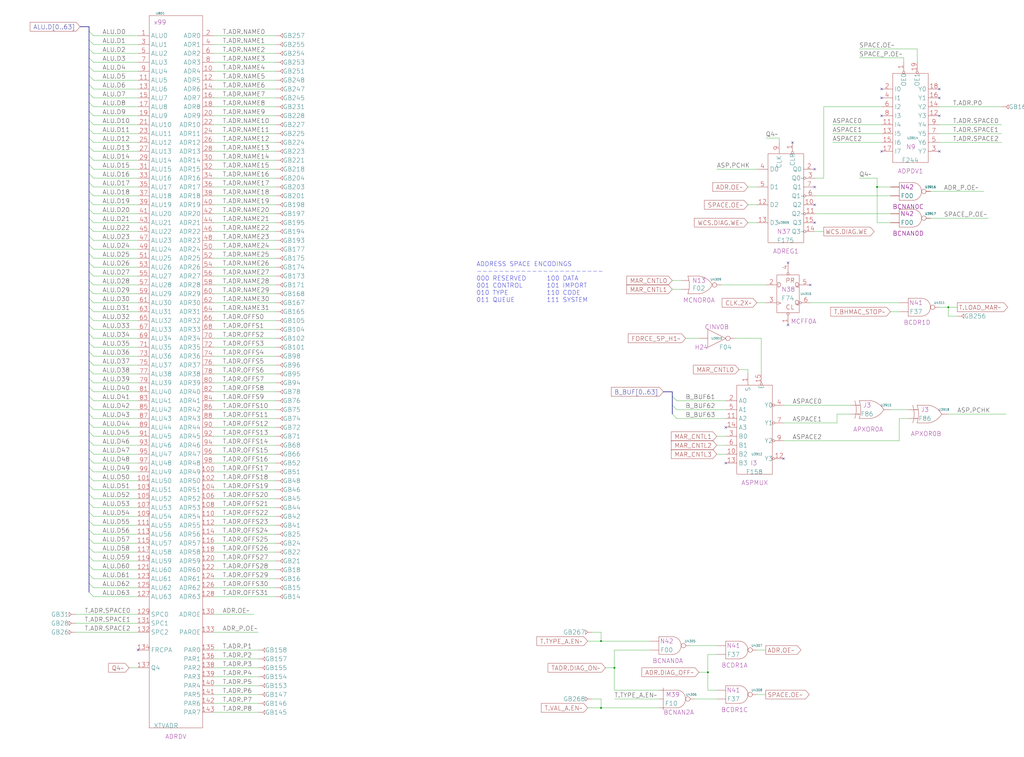
<source format=kicad_sch>
(kicad_sch (version 20230121) (generator eeschema)
  (paper "User" 584.2 431.8)
  (title_block (title "ADDRESS BUS DRIVERS") (date "15-MAR-90") (rev "1.0") (comment 1 "TYPE") (comment 2 "232-003062") (comment 3 "S400") (comment 4 "RELEASED"))
  (junction (at 342.9 365.76))
  (junction (at 342.9 403.86))
  (junction (at 350.52 381))
  (junction (at 403.86 383.54))
  (junction (at 541.02 175.26))
  (junction (at 500.38 106.68))
  (no_connect (at 449.58 185.42))
  (no_connect (at 464.82 116.84))
  (no_connect (at 535.94 66.04))
  (no_connect (at 502.92 55.88))
  (no_connect (at 462.28 162.56))
  (no_connect (at 535.94 55.88))
  (no_connect (at 502.92 66.04))
  (no_connect (at 464.82 127))
  (no_connect (at 464.82 106.68))
  (no_connect (at 535.94 50.8))
  (no_connect (at 414.02 264.16))
  (no_connect (at 502.92 86.36))
  (no_connect (at 502.92 50.8))
  (no_connect (at 535.94 86.36))
  (no_connect (at 449.58 149.86))
  (no_connect (at 452.12 81.28))
  (no_connect (at 447.04 261.62))
  (no_connect (at 414.02 243.84))
  (no_connect (at 464.82 96.52))
  (no_connect (at 78.74 370.84))
  (bus_entry (at 50.8 205.74) (size 2.54 2.54))
  (bus_entry (at 50.8 93.98) (size 2.54 2.54))
  (bus_entry (at 50.8 200.66) (size 2.54 2.54))
  (bus_entry (at 50.8 231.14) (size 2.54 2.54))
  (bus_entry (at 50.8 43.18) (size 2.54 2.54))
  (bus_entry (at 50.8 246.38) (size 2.54 2.54))
  (bus_entry (at 50.8 297.18) (size 2.54 2.54))
  (bus_entry (at 50.8 317.5) (size 2.54 2.54))
  (bus_entry (at 50.8 281.94) (size 2.54 2.54))
  (bus_entry (at 50.8 83.82) (size 2.54 2.54))
  (bus_entry (at 50.8 337.82) (size 2.54 2.54))
  (bus_entry (at 50.8 220.98) (size 2.54 2.54))
  (bus_entry (at 50.8 154.94) (size 2.54 2.54))
  (bus_entry (at 50.8 302.26) (size 2.54 2.54))
  (bus_entry (at 50.8 180.34) (size 2.54 2.54))
  (bus_entry (at 50.8 53.34) (size 2.54 2.54))
  (bus_entry (at 50.8 68.58) (size 2.54 2.54))
  (bus_entry (at 50.8 149.86) (size 2.54 2.54))
  (bus_entry (at 50.8 119.38) (size 2.54 2.54))
  (bus_entry (at 50.8 210.82) (size 2.54 2.54))
  (bus_entry (at 383.54 236.22) (size 2.54 2.54))
  (bus_entry (at 50.8 78.74) (size 2.54 2.54))
  (bus_entry (at 50.8 175.26) (size 2.54 2.54))
  (bus_entry (at 50.8 287.02) (size 2.54 2.54))
  (bus_entry (at 50.8 109.22) (size 2.54 2.54))
  (bus_entry (at 383.54 226.06) (size 2.54 2.54))
  (bus_entry (at 50.8 256.54) (size 2.54 2.54))
  (bus_entry (at 50.8 190.5) (size 2.54 2.54))
  (bus_entry (at 50.8 99.06) (size 2.54 2.54))
  (bus_entry (at 383.54 231.14) (size 2.54 2.54))
  (bus_entry (at 50.8 139.7) (size 2.54 2.54))
  (bus_entry (at 50.8 312.42) (size 2.54 2.54))
  (bus_entry (at 50.8 144.78) (size 2.54 2.54))
  (bus_entry (at 50.8 185.42) (size 2.54 2.54))
  (bus_entry (at 50.8 332.74) (size 2.54 2.54))
  (bus_entry (at 50.8 63.5) (size 2.54 2.54))
  (bus_entry (at 50.8 241.3) (size 2.54 2.54))
  (bus_entry (at 50.8 215.9) (size 2.54 2.54))
  (bus_entry (at 50.8 322.58) (size 2.54 2.54))
  (bus_entry (at 50.8 195.58) (size 2.54 2.54))
  (bus_entry (at 50.8 124.46) (size 2.54 2.54))
  (bus_entry (at 50.8 307.34) (size 2.54 2.54))
  (bus_entry (at 50.8 33.02) (size 2.54 2.54))
  (bus_entry (at 50.8 160.02) (size 2.54 2.54))
  (bus_entry (at 50.8 73.66) (size 2.54 2.54))
  (bus_entry (at 50.8 226.06) (size 2.54 2.54))
  (bus_entry (at 50.8 22.86) (size 2.54 2.54))
  (bus_entry (at 50.8 58.42) (size 2.54 2.54))
  (bus_entry (at 50.8 27.94) (size 2.54 2.54))
  (bus_entry (at 50.8 271.78) (size 2.54 2.54))
  (bus_entry (at 50.8 134.62) (size 2.54 2.54))
  (bus_entry (at 50.8 165.1) (size 2.54 2.54))
  (bus_entry (at 50.8 170.18) (size 2.54 2.54))
  (bus_entry (at 50.8 114.3) (size 2.54 2.54))
  (bus_entry (at 50.8 261.62) (size 2.54 2.54))
  (bus_entry (at 50.8 251.46) (size 2.54 2.54))
  (bus_entry (at 50.8 38.1) (size 2.54 2.54))
  (bus_entry (at 50.8 129.54) (size 2.54 2.54))
  (bus_entry (at 50.8 88.9) (size 2.54 2.54))
  (bus_entry (at 50.8 327.66) (size 2.54 2.54))
  (bus_entry (at 50.8 292.1) (size 2.54 2.54))
  (bus_entry (at 50.8 104.14) (size 2.54 2.54))
  (bus_entry (at 50.8 17.78) (size 2.54 2.54))
  (bus_entry (at 50.8 48.26) (size 2.54 2.54))
  (bus_entry (at 50.8 266.7) (size 2.54 2.54))
  (bus_entry (at 50.8 236.22) (size 2.54 2.54))
  (bus_entry (at 50.8 276.86) (size 2.54 2.54))
  (wire (pts (xy 337.82 398.78) (xy 342.9 398.78)))
  (bus (pts (xy 50.8 43.18) (xy 50.8 38.1)))
  (wire (pts (xy 515.62 35.56) (xy 515.62 33.02)))
  (wire (pts (xy 157.48 325.12) (xy 121.92 325.12)))
  (wire (pts (xy 350.52 370.84) (xy 350.52 381)))
  (bus (pts (xy 50.8 48.26) (xy 50.8 43.18)))
  (wire (pts (xy 157.48 238.76) (xy 121.92 238.76)))
  (bus (pts (xy 50.8 215.9) (xy 50.8 220.98)))
  (bus (pts (xy 50.8 33.02) (xy 50.8 27.94)))
  (bus (pts (xy 50.8 226.06) (xy 50.8 231.14)))
  (wire (pts (xy 469.9 101.6) (xy 469.9 60.96)))
  (wire (pts (xy 350.52 381) (xy 350.52 393.7)))
  (wire (pts (xy 462.28 172.72) (xy 513.08 172.72)))
  (wire (pts (xy 53.34 325.12) (xy 78.74 325.12)))
  (wire (pts (xy 383.54 160.02) (xy 388.62 160.02)))
  (wire (pts (xy 500.38 101.6) (xy 490.22 101.6)))
  (wire (pts (xy 535.94 71.12) (xy 571.5 71.12)))
  (wire (pts (xy 53.34 132.08) (xy 78.74 132.08)))
  (wire (pts (xy 121.92 386.08) (xy 147.32 386.08)))
  (wire (pts (xy 53.34 55.88) (xy 78.74 55.88)))
  (wire (pts (xy 121.92 360.68) (xy 147.32 360.68)))
  (bus (pts (xy 50.8 109.22) (xy 50.8 114.3)))
  (bus (pts (xy 50.8 332.74) (xy 50.8 337.82)))
  (wire (pts (xy 157.48 167.64) (xy 121.92 167.64)))
  (wire (pts (xy 53.34 198.12) (xy 78.74 198.12)))
  (wire (pts (xy 523.24 27.94) (xy 490.22 27.94)))
  (wire (pts (xy 421.64 210.82) (xy 426.72 210.82)))
  (wire (pts (xy 426.72 210.82) (xy 426.72 213.36)))
  (bus (pts (xy 50.8 73.66) (xy 50.8 78.74)))
  (wire (pts (xy 393.7 368.3) (xy 408.94 368.3)))
  (wire (pts (xy 53.34 193.04) (xy 78.74 193.04)))
  (wire (pts (xy 391.16 193.04) (xy 398.78 193.04)))
  (wire (pts (xy 157.48 320.04) (xy 121.92 320.04)))
  (wire (pts (xy 157.48 182.88) (xy 121.92 182.88)))
  (wire (pts (xy 157.48 132.08) (xy 121.92 132.08)))
  (bus (pts (xy 50.8 170.18) (xy 50.8 175.26)))
  (wire (pts (xy 157.48 203.2) (xy 121.92 203.2)))
  (wire (pts (xy 157.48 279.4) (xy 121.92 279.4)))
  (wire (pts (xy 53.34 330.2) (xy 78.74 330.2)))
  (wire (pts (xy 157.48 233.68) (xy 121.92 233.68)))
  (wire (pts (xy 53.34 45.72) (xy 78.74 45.72)))
  (bus (pts (xy 383.54 236.22) (xy 383.54 231.14)))
  (wire (pts (xy 53.34 335.28) (xy 78.74 335.28)))
  (wire (pts (xy 157.48 198.12) (xy 121.92 198.12)))
  (wire (pts (xy 157.48 137.16) (xy 121.92 137.16)))
  (wire (pts (xy 157.48 152.4) (xy 121.92 152.4)))
  (bus (pts (xy 50.8 160.02) (xy 50.8 165.1)))
  (bus (pts (xy 50.8 83.82) (xy 50.8 88.9)))
  (wire (pts (xy 535.94 175.26) (xy 541.02 175.26)))
  (wire (pts (xy 53.34 142.24) (xy 78.74 142.24)))
  (wire (pts (xy 447.04 251.46) (xy 513.08 251.46)))
  (wire (pts (xy 464.82 121.92) (xy 508 121.92)))
  (wire (pts (xy 53.34 162.56) (xy 78.74 162.56)))
  (wire (pts (xy 43.18 355.6) (xy 78.74 355.6)))
  (bus (pts (xy 50.8 210.82) (xy 50.8 215.9)))
  (wire (pts (xy 386.08 238.76) (xy 414.02 238.76)))
  (wire (pts (xy 447.04 241.3) (xy 477.52 241.3)))
  (wire (pts (xy 375.92 398.78) (xy 350.52 398.78)))
  (wire (pts (xy 157.48 162.56) (xy 121.92 162.56)))
  (bus (pts (xy 50.8 114.3) (xy 50.8 119.38)))
  (wire (pts (xy 523.24 35.56) (xy 523.24 27.94)))
  (bus (pts (xy 50.8 231.14) (xy 50.8 236.22)))
  (wire (pts (xy 541.02 236.22) (xy 574.04 236.22)))
  (wire (pts (xy 53.34 101.6) (xy 78.74 101.6)))
  (wire (pts (xy 157.48 264.16) (xy 121.92 264.16)))
  (wire (pts (xy 53.34 248.92) (xy 78.74 248.92)))
  (wire (pts (xy 53.34 243.84) (xy 78.74 243.84)))
  (wire (pts (xy 444.5 81.28) (xy 444.5 78.74)))
  (wire (pts (xy 43.18 360.68) (xy 78.74 360.68)))
  (bus (pts (xy 50.8 165.1) (xy 50.8 170.18)))
  (bus (pts (xy 50.8 139.7) (xy 50.8 144.78)))
  (wire (pts (xy 337.82 360.68) (xy 342.9 360.68)))
  (wire (pts (xy 53.34 203.2) (xy 78.74 203.2)))
  (bus (pts (xy 50.8 297.18) (xy 50.8 302.26)))
  (wire (pts (xy 157.48 45.72) (xy 121.92 45.72)))
  (wire (pts (xy 157.48 274.32) (xy 121.92 274.32)))
  (wire (pts (xy 53.34 167.64) (xy 78.74 167.64)))
  (wire (pts (xy 157.48 340.36) (xy 121.92 340.36)))
  (bus (pts (xy 50.8 144.78) (xy 50.8 149.86)))
  (wire (pts (xy 53.34 20.32) (xy 78.74 20.32)))
  (bus (pts (xy 50.8 246.38) (xy 50.8 251.46)))
  (bus (pts (xy 50.8 63.5) (xy 50.8 58.42)))
  (wire (pts (xy 419.1 193.04) (xy 434.34 193.04)))
  (bus (pts (xy 50.8 312.42) (xy 50.8 317.5)))
  (wire (pts (xy 546.1 180.34) (xy 541.02 180.34)))
  (wire (pts (xy 500.38 127) (xy 500.38 106.68)))
  (wire (pts (xy 350.52 393.7) (xy 375.92 393.7)))
  (wire (pts (xy 121.92 401.32) (xy 147.32 401.32)))
  (bus (pts (xy 50.8 205.74) (xy 50.8 210.82)))
  (wire (pts (xy 157.48 228.6) (xy 121.92 228.6)))
  (wire (pts (xy 53.34 121.92) (xy 78.74 121.92)))
  (wire (pts (xy 157.48 106.68) (xy 121.92 106.68)))
  (wire (pts (xy 157.48 157.48) (xy 121.92 157.48)))
  (wire (pts (xy 53.34 81.28) (xy 78.74 81.28)))
  (wire (pts (xy 508 177.8) (xy 513.08 177.8)))
  (bus (pts (xy 50.8 68.58) (xy 50.8 63.5)))
  (wire (pts (xy 53.34 233.68) (xy 78.74 233.68)))
  (bus (pts (xy 50.8 53.34) (xy 50.8 48.26)))
  (wire (pts (xy 157.48 50.8) (xy 121.92 50.8)))
  (wire (pts (xy 345.44 381) (xy 350.52 381)))
  (wire (pts (xy 121.92 396.24) (xy 147.32 396.24)))
  (wire (pts (xy 335.28 403.86) (xy 342.9 403.86)))
  (wire (pts (xy 342.9 403.86) (xy 375.92 403.86)))
  (wire (pts (xy 508 127) (xy 500.38 127)))
  (wire (pts (xy 157.48 269.24) (xy 121.92 269.24)))
  (wire (pts (xy 53.34 147.32) (xy 78.74 147.32)))
  (wire (pts (xy 157.48 172.72) (xy 121.92 172.72)))
  (bus (pts (xy 50.8 220.98) (xy 50.8 226.06)))
  (wire (pts (xy 530.86 109.22) (xy 561.34 109.22)))
  (bus (pts (xy 50.8 322.58) (xy 50.8 327.66)))
  (wire (pts (xy 53.34 264.16) (xy 78.74 264.16)))
  (bus (pts (xy 50.8 256.54) (xy 50.8 261.62)))
  (wire (pts (xy 535.94 60.96) (xy 571.5 60.96)))
  (wire (pts (xy 469.9 60.96) (xy 502.92 60.96)))
  (bus (pts (xy 50.8 327.66) (xy 50.8 332.74)))
  (bus (pts (xy 50.8 154.94) (xy 50.8 160.02)))
  (wire (pts (xy 157.48 20.32) (xy 121.92 20.32)))
  (bus (pts (xy 383.54 231.14) (xy 383.54 226.06)))
  (wire (pts (xy 53.34 254) (xy 78.74 254)))
  (wire (pts (xy 157.48 71.12) (xy 121.92 71.12)))
  (wire (pts (xy 447.04 231.14) (xy 485.14 231.14)))
  (wire (pts (xy 53.34 137.16) (xy 78.74 137.16)))
  (wire (pts (xy 408.94 259.08) (xy 414.02 259.08)))
  (bus (pts (xy 50.8 180.34) (xy 50.8 185.42)))
  (wire (pts (xy 541.02 180.34) (xy 541.02 175.26)))
  (bus (pts (xy 50.8 88.9) (xy 50.8 93.98)))
  (wire (pts (xy 157.48 121.92) (xy 121.92 121.92)))
  (wire (pts (xy 157.48 248.92) (xy 121.92 248.92)))
  (wire (pts (xy 53.34 259.08) (xy 78.74 259.08)))
  (wire (pts (xy 474.98 71.12) (xy 502.92 71.12)))
  (wire (pts (xy 53.34 40.64) (xy 78.74 40.64)))
  (wire (pts (xy 53.34 279.4) (xy 78.74 279.4)))
  (wire (pts (xy 157.48 304.8) (xy 121.92 304.8)))
  (wire (pts (xy 53.34 304.8) (xy 78.74 304.8)))
  (bus (pts (xy 50.8 17.78) (xy 50.8 22.86)))
  (bus (pts (xy 50.8 276.86) (xy 50.8 281.94)))
  (bus (pts (xy 50.8 93.98) (xy 50.8 99.06)))
  (wire (pts (xy 157.48 66.04) (xy 121.92 66.04)))
  (wire (pts (xy 386.08 233.68) (xy 414.02 233.68)))
  (wire (pts (xy 157.48 111.76) (xy 121.92 111.76)))
  (wire (pts (xy 157.48 259.08) (xy 121.92 259.08)))
  (wire (pts (xy 53.34 157.48) (xy 78.74 157.48)))
  (wire (pts (xy 157.48 96.52) (xy 121.92 96.52)))
  (wire (pts (xy 43.18 350.52) (xy 78.74 350.52)))
  (wire (pts (xy 500.38 106.68) (xy 508 106.68)))
  (wire (pts (xy 157.48 187.96) (xy 121.92 187.96)))
  (wire (pts (xy 121.92 381) (xy 147.32 381)))
  (wire (pts (xy 157.48 147.32) (xy 121.92 147.32)))
  (wire (pts (xy 464.82 101.6) (xy 469.9 101.6)))
  (wire (pts (xy 157.48 218.44) (xy 121.92 218.44)))
  (wire (pts (xy 53.34 96.52) (xy 78.74 96.52)))
  (wire (pts (xy 157.48 91.44) (xy 121.92 91.44)))
  (wire (pts (xy 535.94 76.2) (xy 571.5 76.2)))
  (wire (pts (xy 464.82 132.08) (xy 469.9 132.08)))
  (wire (pts (xy 477.52 241.3) (xy 477.52 236.22)))
  (wire (pts (xy 541.02 175.26) (xy 546.1 175.26)))
  (bus (pts (xy 50.8 129.54) (xy 50.8 134.62)))
  (wire (pts (xy 157.48 213.36) (xy 121.92 213.36)))
  (wire (pts (xy 398.78 383.54) (xy 403.86 383.54)))
  (wire (pts (xy 157.48 223.52) (xy 121.92 223.52)))
  (wire (pts (xy 53.34 35.56) (xy 78.74 35.56)))
  (wire (pts (xy 157.48 254) (xy 121.92 254)))
  (wire (pts (xy 53.34 91.44) (xy 78.74 91.44)))
  (wire (pts (xy 474.98 81.28) (xy 502.92 81.28)))
  (wire (pts (xy 408.94 393.7) (xy 403.86 393.7)))
  (wire (pts (xy 386.08 228.6) (xy 414.02 228.6)))
  (wire (pts (xy 53.34 213.36) (xy 78.74 213.36)))
  (wire (pts (xy 121.92 391.16) (xy 147.32 391.16)))
  (wire (pts (xy 53.34 116.84) (xy 78.74 116.84)))
  (wire (pts (xy 477.52 236.22) (xy 485.14 236.22)))
  (wire (pts (xy 157.48 25.4) (xy 121.92 25.4)))
  (wire (pts (xy 342.9 398.78) (xy 342.9 403.86)))
  (wire (pts (xy 535.94 81.28) (xy 571.5 81.28)))
  (bus (pts (xy 383.54 226.06) (xy 383.54 223.52)))
  (wire (pts (xy 434.34 193.04) (xy 434.34 213.36)))
  (wire (pts (xy 335.28 365.76) (xy 342.9 365.76)))
  (wire (pts (xy 53.34 218.44) (xy 78.74 218.44)))
  (wire (pts (xy 53.34 177.8) (xy 78.74 177.8)))
  (wire (pts (xy 53.34 66.04) (xy 78.74 66.04)))
  (bus (pts (xy 383.54 223.52) (xy 378.46 223.52)))
  (wire (pts (xy 53.34 25.4) (xy 78.74 25.4)))
  (wire (pts (xy 53.34 30.48) (xy 78.74 30.48)))
  (bus (pts (xy 50.8 58.42) (xy 50.8 53.34)))
  (wire (pts (xy 157.48 116.84) (xy 121.92 116.84)))
  (wire (pts (xy 53.34 86.36) (xy 78.74 86.36)))
  (bus (pts (xy 50.8 302.26) (xy 50.8 307.34)))
  (wire (pts (xy 53.34 187.96) (xy 78.74 187.96)))
  (wire (pts (xy 431.8 396.24) (xy 436.88 396.24)))
  (wire (pts (xy 513.08 238.76) (xy 518.16 238.76)))
  (wire (pts (xy 383.54 165.1) (xy 388.62 165.1)))
  (wire (pts (xy 474.98 76.2) (xy 502.92 76.2)))
  (wire (pts (xy 157.48 193.04) (xy 121.92 193.04)))
  (bus (pts (xy 50.8 287.02) (xy 50.8 292.1)))
  (bus (pts (xy 50.8 200.66) (xy 50.8 205.74)))
  (wire (pts (xy 53.34 228.6) (xy 78.74 228.6)))
  (wire (pts (xy 157.48 60.96) (xy 121.92 60.96)))
  (wire (pts (xy 53.34 182.88) (xy 78.74 182.88)))
  (wire (pts (xy 53.34 274.32) (xy 78.74 274.32)))
  (wire (pts (xy 53.34 289.56) (xy 78.74 289.56)))
  (wire (pts (xy 157.48 101.6) (xy 121.92 101.6)))
  (wire (pts (xy 53.34 111.76) (xy 78.74 111.76)))
  (bus (pts (xy 50.8 134.62) (xy 50.8 139.7)))
  (wire (pts (xy 426.72 127) (xy 431.8 127)))
  (wire (pts (xy 370.84 370.84) (xy 350.52 370.84)))
  (wire (pts (xy 157.48 243.84) (xy 121.92 243.84)))
  (wire (pts (xy 53.34 269.24) (xy 78.74 269.24)))
  (wire (pts (xy 157.48 208.28) (xy 121.92 208.28)))
  (wire (pts (xy 53.34 223.52) (xy 78.74 223.52)))
  (wire (pts (xy 157.48 86.36) (xy 121.92 86.36)))
  (wire (pts (xy 157.48 142.24) (xy 121.92 142.24)))
  (wire (pts (xy 530.86 124.46) (xy 563.88 124.46)))
  (wire (pts (xy 157.48 76.2) (xy 121.92 76.2)))
  (wire (pts (xy 500.38 106.68) (xy 500.38 101.6)))
  (wire (pts (xy 396.24 398.78) (xy 408.94 398.78)))
  (wire (pts (xy 515.62 33.02) (xy 490.22 33.02)))
  (wire (pts (xy 403.86 383.54) (xy 403.86 393.7)))
  (wire (pts (xy 157.48 81.28) (xy 121.92 81.28)))
  (wire (pts (xy 408.94 254) (xy 414.02 254)))
  (wire (pts (xy 53.34 238.76) (xy 78.74 238.76)))
  (wire (pts (xy 53.34 152.4) (xy 78.74 152.4)))
  (wire (pts (xy 403.86 373.38) (xy 403.86 383.54)))
  (wire (pts (xy 121.92 370.84) (xy 147.32 370.84)))
  (wire (pts (xy 426.72 106.68) (xy 431.8 106.68)))
  (wire (pts (xy 53.34 309.88) (xy 78.74 309.88)))
  (wire (pts (xy 408.94 373.38) (xy 403.86 373.38)))
  (wire (pts (xy 508 233.68) (xy 518.16 233.68)))
  (bus (pts (xy 45.72 15.24) (xy 50.8 15.24)))
  (wire (pts (xy 408.94 248.92) (xy 414.02 248.92)))
  (wire (pts (xy 408.94 96.52) (xy 431.8 96.52)))
  (wire (pts (xy 53.34 71.12) (xy 78.74 71.12)))
  (wire (pts (xy 157.48 314.96) (xy 121.92 314.96)))
  (wire (pts (xy 157.48 30.48) (xy 121.92 30.48)))
  (wire (pts (xy 342.9 360.68) (xy 342.9 365.76)))
  (bus (pts (xy 50.8 38.1) (xy 50.8 33.02)))
  (wire (pts (xy 53.34 284.48) (xy 78.74 284.48)))
  (wire (pts (xy 157.48 127) (xy 121.92 127)))
  (bus (pts (xy 50.8 266.7) (xy 50.8 271.78)))
  (wire (pts (xy 157.48 294.64) (xy 121.92 294.64)))
  (bus (pts (xy 50.8 261.62) (xy 50.8 266.7)))
  (wire (pts (xy 157.48 289.56) (xy 121.92 289.56)))
  (bus (pts (xy 50.8 236.22) (xy 50.8 241.3)))
  (wire (pts (xy 157.48 309.88) (xy 121.92 309.88)))
  (bus (pts (xy 50.8 119.38) (xy 50.8 124.46)))
  (wire (pts (xy 53.34 294.64) (xy 78.74 294.64)))
  (wire (pts (xy 157.48 284.48) (xy 121.92 284.48)))
  (wire (pts (xy 53.34 340.36) (xy 78.74 340.36)))
  (bus (pts (xy 50.8 104.14) (xy 50.8 109.22)))
  (bus (pts (xy 50.8 15.24) (xy 50.8 17.78)))
  (bus (pts (xy 50.8 27.94) (xy 50.8 22.86)))
  (bus (pts (xy 50.8 73.66) (xy 50.8 68.58)))
  (wire (pts (xy 121.92 406.4) (xy 147.32 406.4)))
  (wire (pts (xy 53.34 208.28) (xy 78.74 208.28)))
  (bus (pts (xy 50.8 78.74) (xy 50.8 83.82)))
  (wire (pts (xy 73.66 381) (xy 78.74 381)))
  (wire (pts (xy 53.34 299.72) (xy 78.74 299.72)))
  (wire (pts (xy 121.92 350.52) (xy 144.78 350.52)))
  (wire (pts (xy 342.9 365.76) (xy 370.84 365.76)))
  (wire (pts (xy 431.8 172.72) (xy 436.88 172.72)))
  (bus (pts (xy 50.8 185.42) (xy 50.8 190.5)))
  (bus (pts (xy 50.8 292.1) (xy 50.8 297.18)))
  (wire (pts (xy 53.34 314.96) (xy 78.74 314.96)))
  (wire (pts (xy 464.82 111.76) (xy 508 111.76)))
  (wire (pts (xy 53.34 50.8) (xy 78.74 50.8)))
  (bus (pts (xy 50.8 124.46) (xy 50.8 129.54)))
  (wire (pts (xy 157.48 299.72) (xy 121.92 299.72)))
  (wire (pts (xy 444.5 78.74) (xy 436.88 78.74)))
  (bus (pts (xy 50.8 99.06) (xy 50.8 104.14)))
  (bus (pts (xy 50.8 317.5) (xy 50.8 322.58)))
  (bus (pts (xy 50.8 190.5) (xy 50.8 195.58)))
  (wire (pts (xy 53.34 106.68) (xy 78.74 106.68)))
  (wire (pts (xy 157.48 35.56) (xy 121.92 35.56)))
  (wire (pts (xy 157.48 40.64) (xy 121.92 40.64)))
  (wire (pts (xy 53.34 60.96) (xy 78.74 60.96)))
  (wire (pts (xy 426.72 116.84) (xy 431.8 116.84)))
  (wire (pts (xy 157.48 335.28) (xy 121.92 335.28)))
  (bus (pts (xy 50.8 271.78) (xy 50.8 276.86)))
  (bus (pts (xy 50.8 281.94) (xy 50.8 287.02)))
  (bus (pts (xy 50.8 251.46) (xy 50.8 256.54)))
  (wire (pts (xy 513.08 251.46) (xy 513.08 238.76)))
  (bus (pts (xy 50.8 195.58) (xy 50.8 200.66)))
  (wire (pts (xy 157.48 55.88) (xy 121.92 55.88)))
  (bus (pts (xy 50.8 175.26) (xy 50.8 180.34)))
  (bus (pts (xy 50.8 149.86) (xy 50.8 154.94)))
  (bus (pts (xy 50.8 307.34) (xy 50.8 312.42)))
  (wire (pts (xy 157.48 330.2) (xy 121.92 330.2)))
  (wire (pts (xy 53.34 127) (xy 78.74 127)))
  (wire (pts (xy 53.34 320.04) (xy 78.74 320.04)))
  (wire (pts (xy 121.92 375.92) (xy 147.32 375.92)))
  (wire (pts (xy 431.8 370.84) (xy 436.88 370.84)))
  (bus (pts (xy 50.8 241.3) (xy 50.8 246.38)))
  (wire (pts (xy 53.34 76.2) (xy 78.74 76.2)))
  (wire (pts (xy 157.48 177.8) (xy 121.92 177.8)))
  (wire (pts (xy 411.48 162.56) (xy 436.88 162.56)))
  (wire (pts (xy 53.34 172.72) (xy 78.74 172.72)))
  (text "ADDRESS SPACE ENCODINGS\n-----------------------\n000 RESERVED	100 DATA\n001 CONTROL		101 IMPORT\n010 TYPE		110 CODE\n011 QUEUE		111 SYSTEM" (at 271.78 172.72 0) (effects (font (size 2.54 2.54)) (justify left bottom)))
  (label "T.ADR.OFFS20" (at 127 284.48 0) (effects (font (size 2.54 2.54))))
  (label "T.ADR.NAME30" (at 127 172.72 0) (effects (font (size 2.54 2.54))))
  (label "T.ADR.OFFS30" (at 127 335.28 0) (effects (font (size 2.54 2.54))))
  (label "T.ADR.SPACE0" (at 543.56 71.12 0) (effects (font (size 2.54 2.54))))
  (label "ALU.D18" (at 58.42 111.76 0) (effects (font (size 2.54 2.54))))
  (label "ALU.D17" (at 58.42 106.68 0) (effects (font (size 2.54 2.54))))
  (label "ALU.D7" (at 58.42 55.88 0) (effects (font (size 2.54 2.54))))
  (label "ALU.D52" (at 58.42 284.48 0) (effects (font (size 2.54 2.54))))
  (label "T.ADR.OFFS17" (at 127 269.24 0) (effects (font (size 2.54 2.54))))
  (label "T.ADR.NAME21" (at 127 127 0) (effects (font (size 2.54 2.54))))
  (label "ALU.D53" (at 58.42 289.56 0) (effects (font (size 2.54 2.54))))
  (label "ALU.D1" (at 58.42 25.4 0) (effects (font (size 2.54 2.54))))
  (label "ALU.D31" (at 58.42 177.8 0) (effects (font (size 2.54 2.54))))
  (label "T.ADR.NAME11" (at 127 76.2 0) (effects (font (size 2.54 2.54))))
  (label "ASPACE0" (at 474.98 71.12 0) (effects (font (size 2.54 2.54))))
  (label "ALU.D43" (at 58.42 238.76 0) (effects (font (size 2.54 2.54))))
  (label "ALU.D59" (at 58.42 320.04 0) (effects (font (size 2.54 2.54))))
  (label "ASPACE2" (at 452.12 251.46 0) (effects (font (size 2.54 2.54))))
  (label "ALU.D36" (at 58.42 203.2 0) (effects (font (size 2.54 2.54))))
  (label "T.ADR.NAME23" (at 127 137.16 0) (effects (font (size 2.54 2.54))))
  (label "T.ADR.NAME12" (at 127 81.28 0) (effects (font (size 2.54 2.54))))
  (label "T.ADR.NAME3" (at 127 35.56 0) (effects (font (size 2.54 2.54))))
  (label "T.ADR.OFFS23" (at 127 299.72 0) (effects (font (size 2.54 2.54))))
  (label "ALU.D61" (at 58.42 330.2 0) (effects (font (size 2.54 2.54))))
  (label "T.ADR.P5" (at 127 391.16 0) (effects (font (size 2.54 2.54))))
  (label "ALU.D12" (at 58.42 81.28 0) (effects (font (size 2.54 2.54))))
  (label "T.ADR.NAME7" (at 127 55.88 0) (effects (font (size 2.54 2.54))))
  (label "ALU.D25" (at 58.42 147.32 0) (effects (font (size 2.54 2.54))))
  (label "T.ADR.NAME17" (at 127 106.68 0) (effects (font (size 2.54 2.54))))
  (label "T.ADR.OFFS15" (at 127 259.08 0) (effects (font (size 2.54 2.54))))
  (label "B_BUF62" (at 391.16 233.68 0) (effects (font (size 2.54 2.54))))
  (label "T.ADR.NAME15" (at 127 96.52 0) (effects (font (size 2.54 2.54))))
  (label "T.ADR.SPACE0" (at 48.26 350.52 0) (effects (font (size 2.54 2.54))))
  (label "T.ADR.OFFS26" (at 127 314.96 0) (effects (font (size 2.54 2.54))))
  (label "ALU.D19" (at 58.42 116.84 0) (effects (font (size 2.54 2.54))))
  (label "T.ADR.OFFS29" (at 127 330.2 0) (effects (font (size 2.54 2.54))))
  (label "ALU.D44" (at 58.42 243.84 0) (effects (font (size 2.54 2.54))))
  (label "T.ADR.OFFS4" (at 127 203.2 0) (effects (font (size 2.54 2.54))))
  (label "ALU.D50" (at 58.42 274.32 0) (effects (font (size 2.54 2.54))))
  (label "T.ADR.SPACE1" (at 543.56 76.2 0) (effects (font (size 2.54 2.54))))
  (label "T.ADR.P4" (at 127 386.08 0) (effects (font (size 2.54 2.54))))
  (label "SPACE.OE~" (at 490.22 27.94 0) (effects (font (size 2.54 2.54))))
  (label "ALU.D54" (at 58.42 294.64 0) (effects (font (size 2.54 2.54))))
  (label "ALU.D46" (at 58.42 254 0) (effects (font (size 2.54 2.54))))
  (label "ALU.D41" (at 58.42 228.6 0) (effects (font (size 2.54 2.54))))
  (label "ALU.D34" (at 58.42 193.04 0) (effects (font (size 2.54 2.54))))
  (label "T.ADR.NAME22" (at 127 132.08 0) (effects (font (size 2.54 2.54))))
  (label "T.ADR.NAME14" (at 127 91.44 0) (effects (font (size 2.54 2.54))))
  (label "B_BUF63" (at 391.16 238.76 0) (effects (font (size 2.54 2.54))))
  (label "T.ADR.NAME1" (at 127 25.4 0) (effects (font (size 2.54 2.54))))
  (label "T.ADR.NAME25" (at 127 147.32 0) (effects (font (size 2.54 2.54))))
  (label "T.ADR.OFFS25" (at 127 309.88 0) (effects (font (size 2.54 2.54))))
  (label "ASP.PCHK" (at 408.94 96.52 0) (effects (font (size 2.54 2.54))))
  (label "T.ADR.NAME19" (at 127 116.84 0) (effects (font (size 2.54 2.54))))
  (label "T.ADR.P6" (at 127 396.24 0) (effects (font (size 2.54 2.54))))
  (label "T.TYPE_A.EN~" (at 350.52 398.78 0) (effects (font (size 2.54 2.54))))
  (label "T.ADR.OFFS9" (at 127 228.6 0) (effects (font (size 2.54 2.54))))
  (label "T.ADR.OFFS8" (at 127 223.52 0) (effects (font (size 2.54 2.54))))
  (label "T.ADR.P3" (at 127 381 0) (effects (font (size 2.54 2.54))))
  (label "ALU.D22" (at 58.42 132.08 0) (effects (font (size 2.54 2.54))))
  (label "T.ADR.OFFS22" (at 127 294.64 0) (effects (font (size 2.54 2.54))))
  (label "T.ADR.P8" (at 127 406.4 0) (effects (font (size 2.54 2.54))))
  (label "ALU.D45" (at 58.42 248.92 0) (effects (font (size 2.54 2.54))))
  (label "ALU.D20" (at 58.42 121.92 0) (effects (font (size 2.54 2.54))))
  (label "T.ADR.OFFS10" (at 127 233.68 0) (effects (font (size 2.54 2.54))))
  (label "T.ADR.NAME13" (at 127 86.36 0) (effects (font (size 2.54 2.54))))
  (label "T.ADR.NAME28" (at 127 162.56 0) (effects (font (size 2.54 2.54))))
  (label "ALU.D38" (at 58.42 213.36 0) (effects (font (size 2.54 2.54))))
  (label "ADR.OE~" (at 127 350.52 0) (effects (font (size 2.54 2.54))))
  (label "SPACE_P.OE~" (at 490.22 33.02 0) (effects (font (size 2.54 2.54))))
  (label "ALU.D39" (at 58.42 218.44 0) (effects (font (size 2.54 2.54))))
  (label "T.ADR.NAME26" (at 127 152.4 0) (effects (font (size 2.54 2.54))))
  (label "T.ADR.OFFS0" (at 127 182.88 0) (effects (font (size 2.54 2.54))))
  (label "T.ADR.OFFS3" (at 127 198.12 0) (effects (font (size 2.54 2.54))))
  (label "ALU.D32" (at 58.42 182.88 0) (effects (font (size 2.54 2.54))))
  (label "T.ADR.OFFS16" (at 127 264.16 0) (effects (font (size 2.54 2.54))))
  (label "ALU.D0" (at 58.42 20.32 0) (effects (font (size 2.54 2.54))))
  (label "T.ADR.NAME6" (at 127 50.8 0) (effects (font (size 2.54 2.54))))
  (label "T.ADR.OFFS5" (at 127 208.28 0) (effects (font (size 2.54 2.54))))
  (label "ALU.D8" (at 58.42 60.96 0) (effects (font (size 2.54 2.54))))
  (label "T.ADR.NAME2" (at 127 30.48 0) (effects (font (size 2.54 2.54))))
  (label "ALU.D15" (at 58.42 96.52 0) (effects (font (size 2.54 2.54))))
  (label "T.ADR.OFFS14" (at 127 254 0) (effects (font (size 2.54 2.54))))
  (label "ALU.D49" (at 58.42 269.24 0) (effects (font (size 2.54 2.54))))
  (label "T.ADR.OFFS6" (at 127 213.36 0) (effects (font (size 2.54 2.54))))
  (label "ALU.D4" (at 58.42 40.64 0) (effects (font (size 2.54 2.54))))
  (label "ALU.D57" (at 58.42 309.88 0) (effects (font (size 2.54 2.54))))
  (label "T.ADR.NAME8" (at 127 60.96 0) (effects (font (size 2.54 2.54))))
  (label "T.ADR.SPACE2" (at 543.56 81.28 0) (effects (font (size 2.54 2.54))))
  (label "T.ADR.OFFS27" (at 127 320.04 0) (effects (font (size 2.54 2.54))))
  (label "ALU.D11" (at 58.42 76.2 0) (effects (font (size 2.54 2.54))))
  (label "ASPACE0" (at 452.12 231.14 0) (effects (font (size 2.54 2.54))))
  (label "ALU.D21" (at 58.42 127 0) (effects (font (size 2.54 2.54))))
  (label "ALU.D3" (at 58.42 35.56 0) (effects (font (size 2.54 2.54))))
  (label "T.ADR.P0" (at 543.56 60.96 0) (effects (font (size 2.54 2.54))))
  (label "ALU.D10" (at 58.42 71.12 0) (effects (font (size 2.54 2.54))))
  (label "T.ADR.P1" (at 127 370.84 0) (effects (font (size 2.54 2.54))))
  (label "ALU.D37" (at 58.42 208.28 0) (effects (font (size 2.54 2.54))))
  (label "T.ADR.P2" (at 127 375.92 0) (effects (font (size 2.54 2.54))))
  (label "T.ADR.OFFS28" (at 127 325.12 0) (effects (font (size 2.54 2.54))))
  (label "ALU.D26" (at 58.42 152.4 0) (effects (font (size 2.54 2.54))))
  (label "T.ADR.OFFS31" (at 127 340.36 0) (effects (font (size 2.54 2.54))))
  (label "ALU.D62" (at 58.42 335.28 0) (effects (font (size 2.54 2.54))))
  (label "T.ADR.NAME24" (at 127 142.24 0) (effects (font (size 2.54 2.54))))
  (label "ASPACE1" (at 452.12 241.3 0) (effects (font (size 2.54 2.54))))
  (label "T.ADR.OFFS24" (at 127 304.8 0) (effects (font (size 2.54 2.54))))
  (label "Q4~" (at 436.88 78.74 0) (effects (font (size 2.54 2.54))))
  (label "T.ADR.OFFS13" (at 127 248.92 0) (effects (font (size 2.54 2.54))))
  (label "T.ADR.NAME5" (at 127 45.72 0) (effects (font (size 2.54 2.54))))
  (label "T.ADR.NAME0" (at 127 20.32 0) (effects (font (size 2.54 2.54))))
  (label "ALU.D63" (at 58.42 340.36 0) (effects (font (size 2.54 2.54))))
  (label "ADR_P.OE~" (at 127 360.68 0) (effects (font (size 2.54 2.54))))
  (label "T.ADR.P7" (at 127 401.32 0) (effects (font (size 2.54 2.54))))
  (label "ALU.D33" (at 58.42 187.96 0) (effects (font (size 2.54 2.54))))
  (label "Q4~" (at 490.22 101.6 0) (effects (font (size 2.54 2.54))))
  (label "ALU.D23" (at 58.42 137.16 0) (effects (font (size 2.54 2.54))))
  (label "T.ADR.NAME29" (at 127 167.64 0) (effects (font (size 2.54 2.54))))
  (label "ALU.D47" (at 58.42 259.08 0) (effects (font (size 2.54 2.54))))
  (label "B_BUF61" (at 391.16 228.6 0) (effects (font (size 2.54 2.54))))
  (label "ADR_P.OE~" (at 538.48 109.22 0) (effects (font (size 2.54 2.54))))
  (label "ALU.D56" (at 58.42 304.8 0) (effects (font (size 2.54 2.54))))
  (label "ASP.PCHK" (at 546.1 236.22 0) (effects (font (size 2.54 2.54))))
  (label "ALU.D40" (at 58.42 223.52 0) (effects (font (size 2.54 2.54))))
  (label "T.ADR.OFFS11" (at 127 238.76 0) (effects (font (size 2.54 2.54))))
  (label "ALU.D29" (at 58.42 167.64 0) (effects (font (size 2.54 2.54))))
  (label "ALU.D2" (at 58.42 30.48 0) (effects (font (size 2.54 2.54))))
  (label "ALU.D60" (at 58.42 325.12 0) (effects (font (size 2.54 2.54))))
  (label "T.ADR.NAME4" (at 127 40.64 0) (effects (font (size 2.54 2.54))))
  (label "SPACE_P.OE~" (at 538.48 124.46 0) (effects (font (size 2.54 2.54))))
  (label "ALU.D51" (at 58.42 279.4 0) (effects (font (size 2.54 2.54))))
  (label "ASPACE1" (at 474.98 76.2 0) (effects (font (size 2.54 2.54))))
  (label "ALU.D55" (at 58.42 299.72 0) (effects (font (size 2.54 2.54))))
  (label "ALU.D14" (at 58.42 91.44 0) (effects (font (size 2.54 2.54))))
  (label "ALU.D24" (at 58.42 142.24 0) (effects (font (size 2.54 2.54))))
  (label "ALU.D5" (at 58.42 45.72 0) (effects (font (size 2.54 2.54))))
  (label "T.ADR.NAME31" (at 127 177.8 0) (effects (font (size 2.54 2.54))))
  (label "T.ADR.OFFS12" (at 127 243.84 0) (effects (font (size 2.54 2.54))))
  (label "T.ADR.OFFS1" (at 127 187.96 0) (effects (font (size 2.54 2.54))))
  (label "T.ADR.SPACE1" (at 48.26 355.6 0) (effects (font (size 2.54 2.54))))
  (label "T.ADR.NAME16" (at 127 101.6 0) (effects (font (size 2.54 2.54))))
  (label "ALU.D28" (at 58.42 162.56 0) (effects (font (size 2.54 2.54))))
  (label "T.ADR.OFFS19" (at 127 279.4 0) (effects (font (size 2.54 2.54))))
  (label "T.ADR.OFFS7" (at 127 218.44 0) (effects (font (size 2.54 2.54))))
  (label "T.ADR.NAME10" (at 127 71.12 0) (effects (font (size 2.54 2.54))))
  (label "T.ADR.NAME18" (at 127 111.76 0) (effects (font (size 2.54 2.54))))
  (label "ALU.D58" (at 58.42 314.96 0) (effects (font (size 2.54 2.54))))
  (label "ASPACE2" (at 474.98 81.28 0) (effects (font (size 2.54 2.54))))
  (label "ALU.D30" (at 58.42 172.72 0) (effects (font (size 2.54 2.54))))
  (label "T.ADR.OFFS2" (at 127 193.04 0) (effects (font (size 2.54 2.54))))
  (label "ALU.D48" (at 58.42 264.16 0) (effects (font (size 2.54 2.54))))
  (label "ALU.D6" (at 58.42 50.8 0) (effects (font (size 2.54 2.54))))
  (label "T.ADR.OFFS21" (at 127 289.56 0) (effects (font (size 2.54 2.54))))
  (label "ALU.D27" (at 58.42 157.48 0) (effects (font (size 2.54 2.54))))
  (label "T.ADR.NAME20" (at 127 121.92 0) (effects (font (size 2.54 2.54))))
  (label "ALU.D16" (at 58.42 101.6 0) (effects (font (size 2.54 2.54))))
  (label "ALU.D9" (at 58.42 66.04 0) (effects (font (size 2.54 2.54))))
  (label "ALU.D13" (at 58.42 86.36 0) (effects (font (size 2.54 2.54))))
  (label "ALU.D35" (at 58.42 198.12 0) (effects (font (size 2.54 2.54))))
  (label "T.ADR.NAME27" (at 127 157.48 0) (effects (font (size 2.54 2.54))))
  (label "T.ADR.NAME9" (at 127 66.04 0) (effects (font (size 2.54 2.54))))
  (label "T.ADR.SPACE2" (at 48.26 360.68 0) (effects (font (size 2.54 2.54))))
  (label "ALU.D42" (at 58.42 233.68 0) (effects (font (size 2.54 2.54))))
  (label "T.ADR.OFFS18" (at 127 274.32 0) (effects (font (size 2.54 2.54))))
  (global_label "MAR_CNTL0" (shape input) (at 421.64 210.82 180) (effects (font (size 2.54 2.54))) (property "Intersheetrefs" "${INTERSHEET_REFS}" (at 395.6473 210.6613 0) (effects (font (size 1.905 1.905)) (justify right))))
  (global_label "ADR.DIAG_OFF~" (shape input) (at 398.78 383.54 180) (effects (font (size 2.54 2.54))) (property "Intersheetrefs" "${INTERSHEET_REFS}" (at 366.2559 383.3813 0) (effects (font (size 1.905 1.905)) (justify right))))
  (global_label "MAR_CNTL3" (shape input) (at 408.94 259.08 180) (effects (font (size 2.54 2.54))) (property "Intersheetrefs" "${INTERSHEET_REFS}" (at 382.9473 258.9213 0) (effects (font (size 1.905 1.905)) (justify right))))
  (global_label "MAR_CNTL2" (shape input) (at 408.94 254 180) (effects (font (size 2.54 2.54))) (property "Intersheetrefs" "${INTERSHEET_REFS}" (at 382.9473 253.8413 0) (effects (font (size 1.905 1.905)) (justify right))))
  (global_label "ADR.OE~" (shape input) (at 426.72 106.68 180) (effects (font (size 2.54 2.54))) (property "Intersheetrefs" "${INTERSHEET_REFS}" (at 406.654 106.5213 0) (effects (font (size 1.905 1.905)) (justify right))))
  (global_label "Q4~" (shape input) (at 73.66 381 180) (effects (font (size 2.54 2.54))) (property "Intersheetrefs" "${INTERSHEET_REFS}" (at 60.9552 381 0) (effects (font (size 1.905 1.905)) (justify right))))
  (global_label "CLK.2X~" (shape input) (at 431.8 172.72 180) (effects (font (size 2.54 2.54))) (property "Intersheetrefs" "${INTERSHEET_REFS}" (at 405.8073 172.5613 0) (effects (font (size 1.905 1.905)) (justify right))))
  (global_label "T.VAL_A.EN~" (shape input) (at 335.28 403.86 180) (effects (font (size 2.54 2.54))) (property "Intersheetrefs" "${INTERSHEET_REFS}" (at 308.8035 403.7013 0) (effects (font (size 1.905 1.905)) (justify right))))
  (global_label "T.LOAD_MAR~" (shape output) (at 546.1 175.26 0) (effects (font (size 2.54 2.54))) (property "Intersheetrefs" "${INTERSHEET_REFS}" (at 574.8746 175.1013 0) (effects (font (size 1.905 1.905)) (justify left))))
  (global_label "ADR.OE~" (shape output) (at 436.88 370.84 0) (effects (font (size 2.54 2.54))) (property "Intersheetrefs" "${INTERSHEET_REFS}" (at 456.946 370.6813 0) (effects (font (size 1.905 1.905)) (justify left))))
  (global_label "MAR_CNTL0" (shape input) (at 383.54 160.02 180) (effects (font (size 2.54 2.54))) (property "Intersheetrefs" "${INTERSHEET_REFS}" (at 357.5473 159.8613 0) (effects (font (size 1.905 1.905)) (justify right))))
  (global_label "SPACE.OE~" (shape input) (at 426.72 116.84 180) (effects (font (size 2.54 2.54))) (property "Intersheetrefs" "${INTERSHEET_REFS}" (at 401.9369 116.6813 0) (effects (font (size 1.905 1.905)) (justify right))))
  (global_label "WCS.DIAG.WE" (shape output) (at 469.9 132.08 0) (effects (font (size 2.54 2.54))) (property "Intersheetrefs" "${INTERSHEET_REFS}" (at 498.6746 131.9213 0) (effects (font (size 1.905 1.905)) (justify left))))
  (global_label "MAR_CNTL1" (shape input) (at 408.94 248.92 180) (effects (font (size 2.54 2.54))) (property "Intersheetrefs" "${INTERSHEET_REFS}" (at 382.9473 248.7613 0) (effects (font (size 1.905 1.905)) (justify right))))
  (global_label "TADR.DIAG_ON~" (shape input) (at 345.44 381 180) (effects (font (size 2.54 2.54))) (property "Intersheetrefs" "${INTERSHEET_REFS}" (at 312.674 380.8413 0) (effects (font (size 1.905 1.905)) (justify right))))
  (global_label "T.TYPE_A.EN~" (shape input) (at 335.28 365.76 180) (effects (font (size 2.54 2.54))) (property "Intersheetrefs" "${INTERSHEET_REFS}" (at 306.2635 365.6013 0) (effects (font (size 1.905 1.905)) (justify right))))
  (global_label "ALU.D[0..63]" (shape input) (at 45.72 15.24 180) (effects (font (size 2.54 2.54))) (property "Intersheetrefs" "${INTERSHEET_REFS}" (at 17.1873 15.0813 0) (effects (font (size 1.905 1.905)) (justify right))))
  (global_label "B_BUF[0..63]" (shape input) (at 378.46 223.52 180) (effects (font (size 2.54 2.54))) (property "Intersheetrefs" "${INTERSHEET_REFS}" (at 347.7336 223.52 0) (effects (justify right))))
  (global_label "T.BHMAC_STOP~" (shape input) (at 508 177.8 180) (effects (font (size 2.54 2.54))) (property "Intersheetrefs" "${INTERSHEET_REFS}" (at 473.9035 177.6413 0) (effects (font (size 1.905 1.905)) (justify right))))
  (global_label "MAR_CNTL1" (shape input) (at 383.54 165.1 180) (effects (font (size 2.54 2.54))) (property "Intersheetrefs" "${INTERSHEET_REFS}" (at 357.5473 164.9413 0) (effects (font (size 1.905 1.905)) (justify right))))
  (global_label "SPACE.OE~" (shape output) (at 436.88 396.24 0) (effects (font (size 2.54 2.54))) (property "Intersheetrefs" "${INTERSHEET_REFS}" (at 461.6631 396.0813 0) (effects (font (size 1.905 1.905)) (justify left))))
  (global_label "WCS.DIAG.WE~" (shape input) (at 426.72 127 180) (effects (font (size 2.54 2.54))) (property "Intersheetrefs" "${INTERSHEET_REFS}" (at 396.1311 126.8413 0) (effects (font (size 1.905 1.905)) (justify right))))
  (global_label "FORCE_SP_H1~" (shape input) (at 391.16 193.04 180) (effects (font (size 2.54 2.54))) (property "Intersheetrefs" "${INTERSHEET_REFS}" (at 358.394 192.8813 0) (effects (font (size 1.905 1.905)) (justify right))))
  (symbol (lib_id "r1000:GB") (at 157.48 152.4 0) (unit 1)
    (property "Reference" "GB174" (at 161.29 152.4 0) (effects (font (size 2.54 2.54)) (justify left)))
    (property "Value" "GB" (effects hide))
  )
  (symbol (lib_id "r1000:GB") (at 337.82 398.78 0) (mirror y) (unit 1)
    (property "Reference" "GB268" (at 334.01 398.78 0) (effects (font (size 2.54 2.54)) (justify left)))
    (property "Value" "GB" (effects hide))
  )
  (symbol (lib_id "r1000:GB") (at 157.48 187.96 0) (unit 1)
    (property "Reference" "GB104" (at 161.29 187.96 0) (effects (font (size 2.54 2.54)) (justify left)))
    (property "Value" "GB" (effects hide))
  )
  (symbol (lib_id "r1000:GB") (at 157.48 259.08 0) (unit 1)
    (property "Reference" "GB66" (at 161.29 259.08 0) (effects (font (size 2.54 2.54)) (justify left)))
    (property "Value" "GB" (effects hide))
  )
  (symbol (lib_id "r1000:GB") (at 157.48 314.96 0) (unit 1)
    (property "Reference" "GB22" (at 161.29 314.96 0) (effects (font (size 2.54 2.54)) (justify left)))
    (property "Value" "GB" (effects hide))
  )
  (symbol (lib_id "r1000:GB") (at 157.48 20.32 0) (unit 1)
    (property "Reference" "GB257" (at 161.29 20.32 0) (effects (font (size 2.54 2.54)) (justify left)))
    (property "Value" "GB" (effects hide))
  )
  (symbol (lib_id "r1000:F37") (at 416.56 368.3 0) (unit 1)
    (property "Reference" "U4307" (at 431.8 368.3 0))
    (property "Value" "F37" (at 418.465 373.38 0) (effects (font (size 2.54 2.54))))
    (property "Location" "N41" (at 418.465 368.3 0) (effects (font (size 2.54 2.54))))
    (property "Name" "BCDR1A" (at 419.1 381 0) (effects (font (size 2.54 2.54)) (justify bottom)))
  )
  (symbol (lib_id "r1000:F00") (at 515.62 121.92 0) (unit 1)
    (property "Reference" "U3917" (at 530.86 121.92 0))
    (property "Value" "F00" (at 517.525 127 0) (effects (font (size 2.54 2.54))))
    (property "Location" "N42" (at 517.525 121.92 0) (effects (font (size 2.54 2.54))))
    (property "Name" "BCNAN0D" (at 518.16 134.62 0) (effects (font (size 2.54 2.54)) (justify bottom)))
  )
  (symbol (lib_id "r1000:F00") (at 378.46 365.76 0) (unit 1)
    (property "Reference" "U4305" (at 393.7 365.76 0))
    (property "Value" "F00" (at 380.365 370.84 0) (effects (font (size 2.54 2.54))))
    (property "Location" "N42" (at 380.365 365.76 0) (effects (font (size 2.54 2.54))))
    (property "Name" "BCNAN0A" (at 381 378.46 0) (effects (font (size 2.54 2.54)) (justify bottom)))
  )
  (symbol (lib_id "r1000:GB") (at 147.32 370.84 0) (unit 1)
    (property "Reference" "GB158" (at 151.13 370.84 0) (effects (font (size 2.54 2.54)) (justify left)))
    (property "Value" "GB" (effects hide))
  )
  (symbol (lib_id "r1000:GB") (at 157.48 76.2 0) (unit 1)
    (property "Reference" "GB225" (at 161.29 76.2 0) (effects (font (size 2.54 2.54)) (justify left)))
    (property "Value" "GB" (effects hide))
  )
  (symbol (lib_id "r1000:GB") (at 157.48 279.4 0) (unit 1)
    (property "Reference" "GB46" (at 161.29 279.4 0) (effects (font (size 2.54 2.54)) (justify left)))
    (property "Value" "GB" (effects hide))
  )
  (symbol (lib_id "r1000:GB") (at 157.48 91.44 0) (unit 1)
    (property "Reference" "GB221" (at 161.29 91.44 0) (effects (font (size 2.54 2.54)) (justify left)))
    (property "Value" "GB" (effects hide))
  )
  (symbol (lib_id "r1000:GB") (at 157.48 284.48 0) (unit 1)
    (property "Reference" "GB45" (at 161.29 284.48 0) (effects (font (size 2.54 2.54)) (justify left)))
    (property "Value" "GB" (effects hide))
  )
  (symbol (lib_id "r1000:F86") (at 492.76 233.68 0) (unit 1)
    (property "Reference" "U3915" (at 505.46 231.14 0))
    (property "Value" "F86" (at 494.665 236.22 0) (effects (font (size 2.54 2.54))))
    (property "Location" "J3" (at 494.665 231.14 0) (effects (font (size 2.54 2.54))))
    (property "Name" "APXOR0A" (at 495.3 246.38 0) (effects (font (size 2.54 2.54)) (justify bottom)))
  )
  (symbol (lib_id "r1000:F04") (at 408.94 193.04 0) (unit 1)
    (property "Reference" "U3910" (at 408.94 193.04 0))
    (property "Value" "F04" (at 410.21 198.12 0) (effects (font (size 2.54 2.54)) (justify left)))
    (property "Location" "H24" (at 396.24 198.12 0) (effects (font (size 2.54 2.54)) (justify left)))
    (property "Name" "CINV0B" (at 408.94 187.96 0) (effects (font (size 2.54 2.54)) (justify bottom)))
  )
  (symbol (lib_id "r1000:F244") (at 518.16 83.82 0) (unit 1)
    (property "Reference" "U3914" (at 520.7 78.74 0))
    (property "Value" "F244" (at 514.35 91.44 0) (effects (font (size 2.54 2.54)) (justify left)))
    (property "Location" "N9" (at 516.89 83.82 0) (effects (font (size 2.54 2.54)) (justify left)))
    (property "Name" "ADPDV1" (at 519.43 99.06 0) (effects (font (size 2.54 2.54)) (justify bottom)))
  )
  (symbol (lib_id "r1000:F175") (at 444.5 132.08 0) (unit 1)
    (property "Reference" "U3909" (at 447.04 127 0))
    (property "Value" "F175" (at 443.23 137.16 0) (effects (font (size 2.54 2.54)) (justify left)))
    (property "Location" "N37" (at 443.23 132.08 0) (effects (font (size 2.54 2.54)) (justify left)))
    (property "Name" "ADREG1" (at 448.31 144.78 0) (effects (font (size 2.54 2.54)) (justify bottom)))
  )
  (symbol (lib_id "r1000:GB") (at 157.48 304.8 0) (unit 1)
    (property "Reference" "GB25" (at 161.29 304.8 0) (effects (font (size 2.54 2.54)) (justify left)))
    (property "Value" "GB" (effects hide))
  )
  (symbol (lib_id "r1000:GB") (at 337.82 360.68 0) (mirror y) (unit 1)
    (property "Reference" "GB267" (at 334.01 360.68 0) (effects (font (size 2.54 2.54)) (justify left)))
    (property "Value" "GB" (effects hide))
  )
  (symbol (lib_id "r1000:F158") (at 429.26 264.16 0) (unit 1)
    (property "Reference" "U3912" (at 431.8 259.08 0))
    (property "Value" "F158" (at 425.45 269.24 0) (effects (font (size 2.54 2.54)) (justify left)))
    (property "Location" "I3" (at 427.99 264.16 0) (effects (font (size 2.54 2.54)) (justify left)))
    (property "Name" "ASPMUX" (at 430.53 276.86 0) (effects (font (size 2.54 2.54)) (justify bottom)))
  )
  (symbol (lib_id "r1000:GB") (at 157.48 289.56 0) (unit 1)
    (property "Reference" "GB44" (at 161.29 289.56 0) (effects (font (size 2.54 2.54)) (justify left)))
    (property "Value" "GB" (effects hide))
  )
  (symbol (lib_id "r1000:F86") (at 525.78 236.22 0) (unit 1)
    (property "Reference" "U3918" (at 538.48 233.68 0))
    (property "Value" "F86" (at 527.685 238.76 0) (effects (font (size 2.54 2.54))))
    (property "Location" "J3" (at 527.685 233.68 0) (effects (font (size 2.54 2.54))))
    (property "Name" "APXOR0B" (at 528.32 248.92 0) (effects (font (size 2.54 2.54)) (justify bottom)))
  )
  (symbol (lib_id "r1000:GB") (at 157.48 198.12 0) (unit 1)
    (property "Reference" "GB101" (at 161.29 198.12 0) (effects (font (size 2.54 2.54)) (justify left)))
    (property "Value" "GB" (effects hide))
  )
  (symbol (lib_id "r1000:GB") (at 157.48 35.56 0) (unit 1)
    (property "Reference" "GB253" (at 161.29 35.56 0) (effects (font (size 2.54 2.54)) (justify left)))
    (property "Value" "GB" (effects hide))
  )
  (symbol (lib_id "r1000:GB") (at 157.48 254 0) (unit 1)
    (property "Reference" "GB68" (at 161.29 254 0) (effects (font (size 2.54 2.54)) (justify left)))
    (property "Value" "GB" (effects hide))
  )
  (symbol (lib_id "r1000:GB") (at 157.48 71.12 0) (unit 1)
    (property "Reference" "GB227" (at 161.29 71.12 0) (effects (font (size 2.54 2.54)) (justify left)))
    (property "Value" "GB" (effects hide))
  )
  (symbol (lib_id "r1000:GB") (at 157.48 157.48 0) (unit 1)
    (property "Reference" "GB173" (at 161.29 157.48 0) (effects (font (size 2.54 2.54)) (justify left)))
    (property "Value" "GB" (effects hide))
  )
  (symbol (lib_id "r1000:GB") (at 157.48 132.08 0) (unit 1)
    (property "Reference" "GB194" (at 161.29 132.08 0) (effects (font (size 2.54 2.54)) (justify left)))
    (property "Value" "GB" (effects hide))
  )
  (symbol (lib_id "r1000:GB") (at 157.48 60.96 0) (unit 1)
    (property "Reference" "GB231" (at 161.29 60.96 0) (effects (font (size 2.54 2.54)) (justify left)))
    (property "Value" "GB" (effects hide))
  )
  (symbol (lib_id "r1000:GB") (at 157.48 101.6 0) (unit 1)
    (property "Reference" "GB204" (at 161.29 101.6 0) (effects (font (size 2.54 2.54)) (justify left)))
    (property "Value" "GB" (effects hide))
  )
  (symbol (lib_id "r1000:GB") (at 157.48 243.84 0) (unit 1)
    (property "Reference" "GB72" (at 161.29 243.84 0) (effects (font (size 2.54 2.54)) (justify left)))
    (property "Value" "GB" (effects hide))
  )
  (symbol (lib_id "r1000:GB") (at 157.48 213.36 0) (unit 1)
    (property "Reference" "GB95" (at 161.29 213.36 0) (effects (font (size 2.54 2.54)) (justify left)))
    (property "Value" "GB" (effects hide))
  )
  (symbol (lib_id "r1000:GB") (at 157.48 182.88 0) (unit 1)
    (property "Reference" "GB105" (at 161.29 182.88 0) (effects (font (size 2.54 2.54)) (justify left)))
    (property "Value" "GB" (effects hide))
  )
  (symbol (lib_id "r1000:F37") (at 416.56 393.7 0) (unit 1)
    (property "Reference" "U4308" (at 431.8 393.7 0))
    (property "Value" "F37" (at 418.465 398.78 0) (effects (font (size 2.54 2.54))))
    (property "Location" "N41" (at 418.465 393.7 0) (effects (font (size 2.54 2.54))))
    (property "Name" "BCDR1C" (at 419.1 406.4 0) (effects (font (size 2.54 2.54)) (justify bottom)))
  )
  (symbol (lib_id "r1000:GB") (at 157.48 86.36 0) (unit 1)
    (property "Reference" "GB223" (at 161.29 86.36 0) (effects (font (size 2.54 2.54)) (justify left)))
    (property "Value" "GB" (effects hide))
  )
  (symbol (lib_id "r1000:GB") (at 157.48 50.8 0) (unit 1)
    (property "Reference" "GB247" (at 161.29 50.8 0) (effects (font (size 2.54 2.54)) (justify left)))
    (property "Value" "GB" (effects hide))
  )
  (symbol (lib_id "r1000:GB") (at 43.18 350.52 0) (mirror y) (unit 1)
    (property "Reference" "GB31" (at 39.37 350.52 0) (effects (font (size 2.54 2.54)) (justify left)))
    (property "Value" "GB" (effects hide))
  )
  (symbol (lib_id "r1000:GB") (at 157.48 127 0) (unit 1)
    (property "Reference" "GB195" (at 161.29 127 0) (effects (font (size 2.54 2.54)) (justify left)))
    (property "Value" "GB" (effects hide))
  )
  (symbol (lib_id "r1000:GB") (at 157.48 340.36 0) (unit 1)
    (property "Reference" "GB14" (at 161.29 340.36 0) (effects (font (size 2.54 2.54)) (justify left)))
    (property "Value" "GB" (effects hide))
  )
  (symbol (lib_id "r1000:GB") (at 157.48 177.8 0) (unit 1)
    (property "Reference" "GB165" (at 161.29 177.8 0) (effects (font (size 2.54 2.54)) (justify left)))
    (property "Value" "GB" (effects hide))
  )
  (symbol (lib_id "r1000:GB") (at 157.48 142.24 0) (unit 1)
    (property "Reference" "GB177" (at 161.29 142.24 0) (effects (font (size 2.54 2.54)) (justify left)))
    (property "Value" "GB" (effects hide))
  )
  (symbol (lib_id "r1000:GB") (at 157.48 223.52 0) (unit 1)
    (property "Reference" "GB78" (at 161.29 223.52 0) (effects (font (size 2.54 2.54)) (justify left)))
    (property "Value" "GB" (effects hide))
  )
  (symbol (lib_id "r1000:GB") (at 157.48 116.84 0) (unit 1)
    (property "Reference" "GB198" (at 161.29 116.84 0) (effects (font (size 2.54 2.54)) (justify left)))
    (property "Value" "GB" (effects hide))
  )
  (symbol (lib_id "r1000:GB") (at 157.48 96.52 0) (unit 1)
    (property "Reference" "GB218" (at 161.29 96.52 0) (effects (font (size 2.54 2.54)) (justify left)))
    (property "Value" "GB" (effects hide))
  )
  (symbol (lib_id "r1000:GB") (at 157.48 45.72 0) (unit 1)
    (property "Reference" "GB248" (at 161.29 45.72 0) (effects (font (size 2.54 2.54)) (justify left)))
    (property "Value" "GB" (effects hide))
  )
  (symbol (lib_id "r1000:F00") (at 515.62 106.68 0) (unit 1)
    (property "Reference" "U3916" (at 530.86 106.68 0))
    (property "Value" "F00" (at 517.525 111.76 0) (effects (font (size 2.54 2.54))))
    (property "Location" "N42" (at 517.525 106.68 0) (effects (font (size 2.54 2.54))))
    (property "Name" "BCNAN0C" (at 518.16 119.38 0) (effects (font (size 2.54 2.54)) (justify bottom)))
  )
  (symbol (lib_id "r1000:F10") (at 381 396.24 0) (unit 1)
    (property "Reference" "U4306" (at 394.335 396.24 0))
    (property "Value" "F10" (at 386.715 401.32 0) (effects (font (size 2.54 2.54)) (justify right)))
    (property "Location" "M39" (at 379.73 396.24 0) (effects (font (size 2.54 2.54)) (justify left)))
    (property "Name" "BCNAN2A" (at 378.46 406.4 0) (effects (font (size 2.54 2.54)) (justify left)))
  )
  (symbol (lib_id "r1000:GB") (at 147.32 381 0) (unit 1)
    (property "Reference" "GB155" (at 151.13 381 0) (effects (font (size 2.54 2.54)) (justify left)))
    (property "Value" "GB" (effects hide))
  )
  (symbol (lib_id "r1000:XTVADR") (at 88.9 12.7 0) (unit 1)
    (property "Reference" "U801" (at 91.44 7.62 0))
    (property "Value" "XTVADR" (at 87.63 414.02 0) (effects (font (size 2.54 2.54)) (justify left)))
    (property "Location" "x99" (at 87.63 12.7 0) (effects (font (size 2.54 2.54)) (justify left)))
    (property "Name" "ADRDV" (at 100.33 421.64 0) (effects (font (size 2.54 2.54)) (justify bottom)))
  )
  (symbol (lib_id "r1000:GB") (at 157.48 208.28 0) (unit 1)
    (property "Reference" "GB96" (at 161.29 208.28 0) (effects (font (size 2.54 2.54)) (justify left)))
    (property "Value" "GB" (effects hide))
  )
  (symbol (lib_id "r1000:F02") (at 396.24 160.02 0) (unit 1)
    (property "Reference" "U4309" (at 408.4 159.385 0))
    (property "Value" "F02" (at 394.97 164.465 0) (effects (font (size 2.54 2.54)) (justify left)))
    (property "Location" "N13" (at 398.78 160.02 0) (effects (font (size 2.54 2.54))))
    (property "Name" "MCNOR0A" (at 398.78 172.72 0) (effects (font (size 2.54 2.54)) (justify bottom)))
  )
  (symbol (lib_id "r1000:GB") (at 157.48 218.44 0) (unit 1)
    (property "Reference" "GB94" (at 161.29 218.44 0) (effects (font (size 2.54 2.54)) (justify left)))
    (property "Value" "GB" (effects hide))
  )
  (symbol (lib_id "r1000:GB") (at 157.48 25.4 0) (unit 1)
    (property "Reference" "GB255" (at 161.29 25.4 0) (effects (font (size 2.54 2.54)) (justify left)))
    (property "Value" "GB" (effects hide))
  )
  (symbol (lib_id "r1000:F37") (at 520.7 172.72 0) (unit 1)
    (property "Reference" "U4311" (at 535.94 172.72 0))
    (property "Value" "F37" (at 522.605 177.8 0) (effects (font (size 2.54 2.54))))
    (property "Location" "N41" (at 522.605 172.72 0) (effects (font (size 2.54 2.54))))
    (property "Name" "BCDR1D" (at 523.24 185.42 0) (effects (font (size 2.54 2.54)) (justify bottom)))
  )
  (symbol (lib_id "r1000:GB") (at 157.48 309.88 0) (unit 1)
    (property "Reference" "GB24" (at 161.29 309.88 0) (effects (font (size 2.54 2.54)) (justify left)))
    (property "Value" "GB" (effects hide))
  )
  (symbol (lib_id "r1000:GB") (at 157.48 55.88 0) (unit 1)
    (property "Reference" "GB245" (at 161.29 55.88 0) (effects (font (size 2.54 2.54)) (justify left)))
    (property "Value" "GB" (effects hide))
  )
  (symbol (lib_id "r1000:GB") (at 157.48 167.64 0) (unit 1)
    (property "Reference" "GB168" (at 161.29 167.64 0) (effects (font (size 2.54 2.54)) (justify left)))
    (property "Value" "GB" (effects hide))
  )
  (symbol (lib_id "r1000:GB") (at 147.32 375.92 0) (unit 1)
    (property "Reference" "GB157" (at 151.13 375.92 0) (effects (font (size 2.54 2.54)) (justify left)))
    (property "Value" "GB" (effects hide))
  )
  (symbol (lib_id "r1000:GB") (at 157.48 294.64 0) (unit 1)
    (property "Reference" "GB42" (at 161.29 294.64 0) (effects (font (size 2.54 2.54)) (justify left)))
    (property "Value" "GB" (effects hide))
  )
  (symbol (lib_id "r1000:GB") (at 157.48 274.32 0) (unit 1)
    (property "Reference" "GB48" (at 161.29 274.32 0) (effects (font (size 2.54 2.54)) (justify left)))
    (property "Value" "GB" (effects hide))
  )
  (symbol (lib_id "r1000:GB") (at 157.48 320.04 0) (unit 1)
    (property "Reference" "GB21" (at 161.29 320.04 0) (effects (font (size 2.54 2.54)) (justify left)))
    (property "Value" "GB" (effects hide))
  )
  (symbol (lib_id "r1000:GB") (at 157.48 40.64 0) (unit 1)
    (property "Reference" "GB251" (at 161.29 40.64 0) (effects (font (size 2.54 2.54)) (justify left)))
    (property "Value" "GB" (effects hide))
  )
  (symbol (lib_id "r1000:GB") (at 157.48 121.92 0) (unit 1)
    (property "Reference" "GB197" (at 161.29 121.92 0) (effects (font (size 2.54 2.54)) (justify left)))
    (property "Value" "GB" (effects hide))
  )
  (symbol (lib_id "r1000:GB") (at 157.48 238.76 0) (unit 1)
    (property "Reference" "GB74" (at 161.29 238.76 0) (effects (font (size 2.54 2.54)) (justify left)))
    (property "Value" "GB" (effects hide))
  )
  (symbol (lib_id "r1000:GB") (at 157.48 233.68 0) (unit 1)
    (property "Reference" "GB75" (at 161.29 233.68 0) (effects (font (size 2.54 2.54)) (justify left)))
    (property "Value" "GB" (effects hide))
  )
  (symbol (lib_id "r1000:GB") (at 147.32 401.32 0) (unit 1)
    (property "Reference" "GB146" (at 151.13 401.32 0) (effects (font (size 2.54 2.54)) (justify left)))
    (property "Value" "GB" (effects hide))
  )
  (symbol (lib_id "r1000:GB") (at 147.32 396.24 0) (unit 1)
    (property "Reference" "GB147" (at 151.13 396.24 0) (effects (font (size 2.54 2.54)) (justify left)))
    (property "Value" "GB" (effects hide))
  )
  (symbol (lib_id "r1000:F74") (at 447.04 165.1 0) (unit 1)
    (property "Reference" "U4310" (at 459.74 167.64 0))
    (property "Value" "F74" (at 445.77 170.18 0) (effects (font (size 2.54 2.54)) (justify left)))
    (property "Location" "N38" (at 445.77 165.1 0) (effects (font (size 2.54 2.54)) (justify left)))
    (property "Name" "MCFF0A" (at 458.47 184.785 0) (effects (font (size 2.54 2.54)) (justify bottom)))
  )
  (symbol (lib_id "r1000:GB") (at 147.32 386.08 0) (unit 1)
    (property "Reference" "GB154" (at 151.13 386.08 0) (effects (font (size 2.54 2.54)) (justify left)))
    (property "Value" "GB" (effects hide))
  )
  (symbol (lib_id "r1000:GB") (at 147.32 391.16 0) (unit 1)
    (property "Reference" "GB153" (at 151.13 391.16 0) (effects (font (size 2.54 2.54)) (justify left)))
    (property "Value" "GB" (effects hide))
  )
  (symbol (lib_id "r1000:GB") (at 157.48 147.32 0) (unit 1)
    (property "Reference" "GB175" (at 161.29 147.32 0) (effects (font (size 2.54 2.54)) (justify left)))
    (property "Value" "GB" (effects hide))
  )
  (symbol (lib_id "r1000:GB") (at 157.48 162.56 0) (unit 1)
    (property "Reference" "GB171" (at 161.29 162.56 0) (effects (font (size 2.54 2.54)) (justify left)))
    (property "Value" "GB" (effects hide))
  )
  (symbol (lib_id "r1000:GB") (at 157.48 228.6 0) (unit 1)
    (property "Reference" "GB76" (at 161.29 228.6 0) (effects (font (size 2.54 2.54)) (justify left)))
    (property "Value" "GB" (effects hide))
  )
  (symbol (lib_id "r1000:GB") (at 157.48 269.24 0) (unit 1)
    (property "Reference" "GB51" (at 161.29 269.24 0) (effects (font (size 2.54 2.54)) (justify left)))
    (property "Value" "GB" (effects hide))
  )
  (symbol (lib_id "r1000:GB") (at 157.48 330.2 0) (unit 1)
    (property "Reference" "GB16" (at 161.29 330.2 0) (effects (font (size 2.54 2.54)) (justify left)))
    (property "Value" "GB" (effects hide))
  )
  (symbol (lib_id "r1000:GB") (at 157.48 111.76 0) (unit 1)
    (property "Reference" "GB201" (at 161.29 111.76 0) (effects (font (size 2.54 2.54)) (justify left)))
    (property "Value" "GB" (effects hide))
  )
  (symbol (lib_id "r1000:GB") (at 157.48 203.2 0) (unit 1)
    (property "Reference" "GB98" (at 161.29 203.2 0) (effects (font (size 2.54 2.54)) (justify left)))
    (property "Value" "GB" (effects hide))
  )
  (symbol (lib_id "r1000:GB") (at 157.48 193.04 0) (unit 1)
    (property "Reference" "GB102" (at 161.29 193.04 0) (effects (font (size 2.54 2.54)) (justify left)))
    (property "Value" "GB" (effects hide))
  )
  (symbol (lib_id "r1000:GB") (at 157.48 137.16 0) (unit 1)
    (property "Reference" "GB193" (at 161.29 137.16 0) (effects (font (size 2.54 2.54)) (justify left)))
    (property "Value" "GB" (effects hide))
  )
  (symbol (lib_id "r1000:GB") (at 157.48 172.72 0) (unit 1)
    (property "Reference" "GB167" (at 161.29 172.72 0) (effects (font (size 2.54 2.54)) (justify left)))
    (property "Value" "GB" (effects hide))
  )
  (symbol (lib_id "r1000:GB") (at 157.48 248.92 0) (unit 1)
    (property "Reference" "GB71" (at 161.29 248.92 0) (effects (font (size 2.54 2.54)) (justify left)))
    (property "Value" "GB" (effects hide))
  )
  (symbol (lib_id "r1000:GB") (at 43.18 360.68 0) (mirror y) (unit 1)
    (property "Reference" "GB26" (at 39.37 360.68 0) (effects (font (size 2.54 2.54)) (justify left)))
    (property "Value" "GB" (effects hide))
  )
  (symbol (lib_id "r1000:GB") (at 571.5 60.96 0) (unit 1)
    (property "Reference" "GB161" (at 575.31 60.96 0) (effects (font (size 2.54 2.54)) (justify left)))
    (property "Value" "GB" (effects hide))
  )
  (symbol (lib_id "r1000:GB") (at 157.48 66.04 0) (unit 1)
    (property "Reference" "GB228" (at 161.29 66.04 0) (effects (font (size 2.54 2.54)) (justify left)))
    (property "Value" "GB" (effects hide))
  )
  (symbol (lib_id "r1000:GB") (at 157.48 299.72 0) (unit 1)
    (property "Reference" "GB41" (at 161.29 299.72 0) (effects (font (size 2.54 2.54)) (justify left)))
    (property "Value" "GB" (effects hide))
  )
  (symbol (lib_id "r1000:GB") (at 157.48 325.12 0) (unit 1)
    (property "Reference" "GB18" (at 161.29 325.12 0) (effects (font (size 2.54 2.54)) (justify left)))
    (property "Value" "GB" (effects hide))
  )
  (symbol (lib_id "r1000:GB") (at 546.1 180.34 0) (unit 1)
    (property "Reference" "GB256" (at 549.91 180.34 0) (effects (font (size 2.54 2.54)) (justify left)))
    (property "Value" "GB" (effects hide))
  )
  (symbol (lib_id "r1000:GB") (at 157.48 264.16 0) (unit 1)
    (property "Reference" "GB52" (at 161.29 264.16 0) (effects (font (size 2.54 2.54)) (justify left)))
    (property "Value" "GB" (effects hide))
  )
  (symbol (lib_id "r1000:GB") (at 157.48 30.48 0) (unit 1)
    (property "Reference" "GB254" (at 161.29 30.48 0) (effects (font (size 2.54 2.54)) (justify left)))
    (property "Value" "GB" (effects hide))
  )
  (symbol (lib_id "r1000:GB") (at 157.48 81.28 0) (unit 1)
    (property "Reference" "GB224" (at 161.29 81.28 0) (effects (font (size 2.54 2.54)) (justify left)))
    (property "Value" "GB" (effects hide))
  )
  (symbol (lib_id "r1000:GB") (at 147.32 406.4 0) (unit 1)
    (property "Reference" "GB145" (at 151.13 406.4 0) (effects (font (size 2.54 2.54)) (justify left)))
    (property "Value" "GB" (effects hide))
  )
  (symbol (lib_id "r1000:GB") (at 43.18 355.6 0) (mirror y) (unit 1)
    (property "Reference" "GB28" (at 39.37 355.6 0) (effects (font (size 2.54 2.54)) (justify left)))
    (property "Value" "GB" (effects hide))
  )
  (symbol (lib_id "r1000:GB") (at 157.48 335.28 0) (unit 1)
    (property "Reference" "GB15" (at 161.29 335.28 0) (effects (font (size 2.54 2.54)) (justify left)))
    (property "Value" "GB" (effects hide))
  )
  (symbol (lib_id "r1000:GB") (at 157.48 106.68 0) (unit 1)
    (property "Reference" "GB203" (at 161.29 106.68 0) (effects (font (size 2.54 2.54)) (justify left)))
    (property "Value" "GB" (effects hide))
  )
)
</source>
